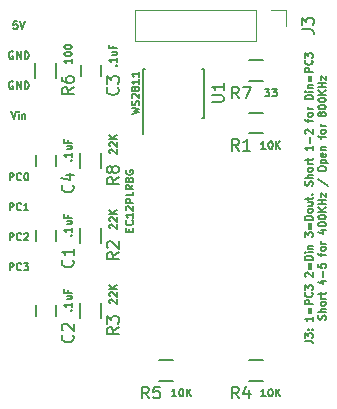
<source format=gbr>
G04 #@! TF.FileFunction,Legend,Top*
%FSLAX46Y46*%
G04 Gerber Fmt 4.6, Leading zero omitted, Abs format (unit mm)*
G04 Created by KiCad (PCBNEW 4.0.7) date Sunday, December 31, 2017 'PMt' 04:59:37 PM*
%MOMM*%
%LPD*%
G01*
G04 APERTURE LIST*
%ADD10C,0.100000*%
%ADD11C,0.158750*%
%ADD12C,0.127000*%
%ADD13C,0.150000*%
%ADD14C,0.120000*%
G04 APERTURE END LIST*
D10*
D11*
X140066637Y-81915001D02*
X140520208Y-81915001D01*
X140610923Y-81945239D01*
X140671399Y-82005715D01*
X140701637Y-82096430D01*
X140701637Y-82156906D01*
X140066637Y-81673096D02*
X140066637Y-81280000D01*
X140308542Y-81491667D01*
X140308542Y-81400953D01*
X140338780Y-81340477D01*
X140369018Y-81310239D01*
X140429494Y-81280000D01*
X140580685Y-81280000D01*
X140641161Y-81310239D01*
X140671399Y-81340477D01*
X140701637Y-81400953D01*
X140701637Y-81582381D01*
X140671399Y-81642858D01*
X140641161Y-81673096D01*
X140641161Y-81007858D02*
X140671399Y-80977619D01*
X140701637Y-81007858D01*
X140671399Y-81038096D01*
X140641161Y-81007858D01*
X140701637Y-81007858D01*
X140308542Y-81007858D02*
X140338780Y-80977619D01*
X140369018Y-81007858D01*
X140338780Y-81038096D01*
X140308542Y-81007858D01*
X140369018Y-81007858D01*
X140701637Y-79889047D02*
X140701637Y-80251905D01*
X140701637Y-80070476D02*
X140066637Y-80070476D01*
X140157351Y-80130952D01*
X140217827Y-80191428D01*
X140248065Y-80251905D01*
X140369018Y-79616905D02*
X140369018Y-79133095D01*
X140550446Y-79133095D02*
X140550446Y-79616905D01*
X140701637Y-78830715D02*
X140066637Y-78830715D01*
X140066637Y-78588810D01*
X140096875Y-78528334D01*
X140127113Y-78498095D01*
X140187589Y-78467857D01*
X140278304Y-78467857D01*
X140338780Y-78498095D01*
X140369018Y-78528334D01*
X140399256Y-78588810D01*
X140399256Y-78830715D01*
X140641161Y-77832857D02*
X140671399Y-77863095D01*
X140701637Y-77953810D01*
X140701637Y-78014286D01*
X140671399Y-78105000D01*
X140610923Y-78165476D01*
X140550446Y-78195715D01*
X140429494Y-78225953D01*
X140338780Y-78225953D01*
X140217827Y-78195715D01*
X140157351Y-78165476D01*
X140096875Y-78105000D01*
X140066637Y-78014286D01*
X140066637Y-77953810D01*
X140096875Y-77863095D01*
X140127113Y-77832857D01*
X140066637Y-77621191D02*
X140066637Y-77228095D01*
X140308542Y-77439762D01*
X140308542Y-77349048D01*
X140338780Y-77288572D01*
X140369018Y-77258334D01*
X140429494Y-77228095D01*
X140580685Y-77228095D01*
X140641161Y-77258334D01*
X140671399Y-77288572D01*
X140701637Y-77349048D01*
X140701637Y-77530476D01*
X140671399Y-77590953D01*
X140641161Y-77621191D01*
X140127113Y-76502381D02*
X140096875Y-76472143D01*
X140066637Y-76411666D01*
X140066637Y-76260476D01*
X140096875Y-76200000D01*
X140127113Y-76169762D01*
X140187589Y-76139523D01*
X140248065Y-76139523D01*
X140338780Y-76169762D01*
X140701637Y-76532619D01*
X140701637Y-76139523D01*
X140369018Y-75867381D02*
X140369018Y-75383571D01*
X140550446Y-75383571D02*
X140550446Y-75867381D01*
X140701637Y-75081191D02*
X140066637Y-75081191D01*
X140066637Y-74930000D01*
X140096875Y-74839286D01*
X140157351Y-74778810D01*
X140217827Y-74748571D01*
X140338780Y-74718333D01*
X140429494Y-74718333D01*
X140550446Y-74748571D01*
X140610923Y-74778810D01*
X140671399Y-74839286D01*
X140701637Y-74930000D01*
X140701637Y-75081191D01*
X140701637Y-74446191D02*
X140278304Y-74446191D01*
X140066637Y-74446191D02*
X140096875Y-74476429D01*
X140127113Y-74446191D01*
X140096875Y-74415952D01*
X140066637Y-74446191D01*
X140127113Y-74446191D01*
X140278304Y-74143810D02*
X140701637Y-74143810D01*
X140338780Y-74143810D02*
X140308542Y-74113571D01*
X140278304Y-74053095D01*
X140278304Y-73962381D01*
X140308542Y-73901905D01*
X140369018Y-73871667D01*
X140701637Y-73871667D01*
X140066637Y-73145952D02*
X140066637Y-72752856D01*
X140308542Y-72964523D01*
X140308542Y-72873809D01*
X140338780Y-72813333D01*
X140369018Y-72783095D01*
X140429494Y-72752856D01*
X140580685Y-72752856D01*
X140641161Y-72783095D01*
X140671399Y-72813333D01*
X140701637Y-72873809D01*
X140701637Y-73055237D01*
X140671399Y-73115714D01*
X140641161Y-73145952D01*
X140369018Y-72480714D02*
X140369018Y-71996904D01*
X140550446Y-71996904D02*
X140550446Y-72480714D01*
X140701637Y-71694524D02*
X140066637Y-71694524D01*
X140066637Y-71543333D01*
X140096875Y-71452619D01*
X140157351Y-71392143D01*
X140217827Y-71361904D01*
X140338780Y-71331666D01*
X140429494Y-71331666D01*
X140550446Y-71361904D01*
X140610923Y-71392143D01*
X140671399Y-71452619D01*
X140701637Y-71543333D01*
X140701637Y-71694524D01*
X140701637Y-70968809D02*
X140671399Y-71029285D01*
X140641161Y-71059524D01*
X140580685Y-71089762D01*
X140399256Y-71089762D01*
X140338780Y-71059524D01*
X140308542Y-71029285D01*
X140278304Y-70968809D01*
X140278304Y-70878095D01*
X140308542Y-70817619D01*
X140338780Y-70787381D01*
X140399256Y-70757143D01*
X140580685Y-70757143D01*
X140641161Y-70787381D01*
X140671399Y-70817619D01*
X140701637Y-70878095D01*
X140701637Y-70968809D01*
X140278304Y-70212857D02*
X140701637Y-70212857D01*
X140278304Y-70485000D02*
X140610923Y-70485000D01*
X140671399Y-70454761D01*
X140701637Y-70394285D01*
X140701637Y-70303571D01*
X140671399Y-70243095D01*
X140641161Y-70212857D01*
X140278304Y-70001190D02*
X140278304Y-69759285D01*
X140066637Y-69910476D02*
X140610923Y-69910476D01*
X140671399Y-69880237D01*
X140701637Y-69819761D01*
X140701637Y-69759285D01*
X140641161Y-69547619D02*
X140671399Y-69517380D01*
X140701637Y-69547619D01*
X140671399Y-69577857D01*
X140641161Y-69547619D01*
X140701637Y-69547619D01*
X140671399Y-68791666D02*
X140701637Y-68700951D01*
X140701637Y-68549761D01*
X140671399Y-68489285D01*
X140641161Y-68459047D01*
X140580685Y-68428808D01*
X140520208Y-68428808D01*
X140459732Y-68459047D01*
X140429494Y-68489285D01*
X140399256Y-68549761D01*
X140369018Y-68670713D01*
X140338780Y-68731189D01*
X140308542Y-68761428D01*
X140248065Y-68791666D01*
X140187589Y-68791666D01*
X140127113Y-68761428D01*
X140096875Y-68731189D01*
X140066637Y-68670713D01*
X140066637Y-68519523D01*
X140096875Y-68428808D01*
X140701637Y-68156666D02*
X140066637Y-68156666D01*
X140701637Y-67884523D02*
X140369018Y-67884523D01*
X140308542Y-67914761D01*
X140278304Y-67975237D01*
X140278304Y-68065951D01*
X140308542Y-68126427D01*
X140338780Y-68156666D01*
X140701637Y-67491427D02*
X140671399Y-67551903D01*
X140641161Y-67582142D01*
X140580685Y-67612380D01*
X140399256Y-67612380D01*
X140338780Y-67582142D01*
X140308542Y-67551903D01*
X140278304Y-67491427D01*
X140278304Y-67400713D01*
X140308542Y-67340237D01*
X140338780Y-67309999D01*
X140399256Y-67279761D01*
X140580685Y-67279761D01*
X140641161Y-67309999D01*
X140671399Y-67340237D01*
X140701637Y-67400713D01*
X140701637Y-67491427D01*
X140701637Y-67007618D02*
X140278304Y-67007618D01*
X140399256Y-67007618D02*
X140338780Y-66977379D01*
X140308542Y-66947141D01*
X140278304Y-66886665D01*
X140278304Y-66826189D01*
X140278304Y-66705237D02*
X140278304Y-66463332D01*
X140066637Y-66614523D02*
X140610923Y-66614523D01*
X140671399Y-66584284D01*
X140701637Y-66523808D01*
X140701637Y-66463332D01*
X140701637Y-65435236D02*
X140701637Y-65798094D01*
X140701637Y-65616665D02*
X140066637Y-65616665D01*
X140157351Y-65677141D01*
X140217827Y-65737617D01*
X140248065Y-65798094D01*
X140459732Y-65163094D02*
X140459732Y-64679284D01*
X140127113Y-64407142D02*
X140096875Y-64376904D01*
X140066637Y-64316427D01*
X140066637Y-64165237D01*
X140096875Y-64104761D01*
X140127113Y-64074523D01*
X140187589Y-64044284D01*
X140248065Y-64044284D01*
X140338780Y-64074523D01*
X140701637Y-64437380D01*
X140701637Y-64044284D01*
X140278304Y-63379046D02*
X140278304Y-63137141D01*
X140701637Y-63288332D02*
X140157351Y-63288332D01*
X140096875Y-63258093D01*
X140066637Y-63197617D01*
X140066637Y-63137141D01*
X140701637Y-62834760D02*
X140671399Y-62895236D01*
X140641161Y-62925475D01*
X140580685Y-62955713D01*
X140399256Y-62955713D01*
X140338780Y-62925475D01*
X140308542Y-62895236D01*
X140278304Y-62834760D01*
X140278304Y-62744046D01*
X140308542Y-62683570D01*
X140338780Y-62653332D01*
X140399256Y-62623094D01*
X140580685Y-62623094D01*
X140641161Y-62653332D01*
X140671399Y-62683570D01*
X140701637Y-62744046D01*
X140701637Y-62834760D01*
X140701637Y-62350951D02*
X140278304Y-62350951D01*
X140399256Y-62350951D02*
X140338780Y-62320712D01*
X140308542Y-62290474D01*
X140278304Y-62229998D01*
X140278304Y-62169522D01*
X140701637Y-61474046D02*
X140066637Y-61474046D01*
X140066637Y-61322855D01*
X140096875Y-61232141D01*
X140157351Y-61171665D01*
X140217827Y-61141426D01*
X140338780Y-61111188D01*
X140429494Y-61111188D01*
X140550446Y-61141426D01*
X140610923Y-61171665D01*
X140671399Y-61232141D01*
X140701637Y-61322855D01*
X140701637Y-61474046D01*
X140701637Y-60839046D02*
X140278304Y-60839046D01*
X140066637Y-60839046D02*
X140096875Y-60869284D01*
X140127113Y-60839046D01*
X140096875Y-60808807D01*
X140066637Y-60839046D01*
X140127113Y-60839046D01*
X140278304Y-60536665D02*
X140701637Y-60536665D01*
X140338780Y-60536665D02*
X140308542Y-60506426D01*
X140278304Y-60445950D01*
X140278304Y-60355236D01*
X140308542Y-60294760D01*
X140369018Y-60264522D01*
X140701637Y-60264522D01*
X140369018Y-59962141D02*
X140369018Y-59478331D01*
X140550446Y-59478331D02*
X140550446Y-59962141D01*
X140701637Y-59175951D02*
X140066637Y-59175951D01*
X140066637Y-58934046D01*
X140096875Y-58873570D01*
X140127113Y-58843331D01*
X140187589Y-58813093D01*
X140278304Y-58813093D01*
X140338780Y-58843331D01*
X140369018Y-58873570D01*
X140399256Y-58934046D01*
X140399256Y-59175951D01*
X140641161Y-58178093D02*
X140671399Y-58208331D01*
X140701637Y-58299046D01*
X140701637Y-58359522D01*
X140671399Y-58450236D01*
X140610923Y-58510712D01*
X140550446Y-58540951D01*
X140429494Y-58571189D01*
X140338780Y-58571189D01*
X140217827Y-58540951D01*
X140157351Y-58510712D01*
X140096875Y-58450236D01*
X140066637Y-58359522D01*
X140066637Y-58299046D01*
X140096875Y-58208331D01*
X140127113Y-58178093D01*
X140066637Y-57966427D02*
X140066637Y-57573331D01*
X140308542Y-57784998D01*
X140308542Y-57694284D01*
X140338780Y-57633808D01*
X140369018Y-57603570D01*
X140429494Y-57573331D01*
X140580685Y-57573331D01*
X140641161Y-57603570D01*
X140671399Y-57633808D01*
X140701637Y-57694284D01*
X140701637Y-57875712D01*
X140671399Y-57936189D01*
X140641161Y-57966427D01*
X141782649Y-80146074D02*
X141812887Y-80055359D01*
X141812887Y-79904169D01*
X141782649Y-79843693D01*
X141752411Y-79813455D01*
X141691935Y-79783216D01*
X141631458Y-79783216D01*
X141570982Y-79813455D01*
X141540744Y-79843693D01*
X141510506Y-79904169D01*
X141480268Y-80025121D01*
X141450030Y-80085597D01*
X141419792Y-80115836D01*
X141359315Y-80146074D01*
X141298839Y-80146074D01*
X141238363Y-80115836D01*
X141208125Y-80085597D01*
X141177887Y-80025121D01*
X141177887Y-79873931D01*
X141208125Y-79783216D01*
X141812887Y-79511074D02*
X141177887Y-79511074D01*
X141812887Y-79238931D02*
X141480268Y-79238931D01*
X141419792Y-79269169D01*
X141389554Y-79329645D01*
X141389554Y-79420359D01*
X141419792Y-79480835D01*
X141450030Y-79511074D01*
X141812887Y-78845835D02*
X141782649Y-78906311D01*
X141752411Y-78936550D01*
X141691935Y-78966788D01*
X141510506Y-78966788D01*
X141450030Y-78936550D01*
X141419792Y-78906311D01*
X141389554Y-78845835D01*
X141389554Y-78755121D01*
X141419792Y-78694645D01*
X141450030Y-78664407D01*
X141510506Y-78634169D01*
X141691935Y-78634169D01*
X141752411Y-78664407D01*
X141782649Y-78694645D01*
X141812887Y-78755121D01*
X141812887Y-78845835D01*
X141812887Y-78362026D02*
X141389554Y-78362026D01*
X141510506Y-78362026D02*
X141450030Y-78331787D01*
X141419792Y-78301549D01*
X141389554Y-78241073D01*
X141389554Y-78180597D01*
X141389554Y-78059645D02*
X141389554Y-77817740D01*
X141177887Y-77968931D02*
X141722173Y-77968931D01*
X141782649Y-77938692D01*
X141812887Y-77878216D01*
X141812887Y-77817740D01*
X141389554Y-76850121D02*
X141812887Y-76850121D01*
X141147649Y-77001311D02*
X141601220Y-77152502D01*
X141601220Y-76759406D01*
X141570982Y-76517502D02*
X141570982Y-76033692D01*
X141177887Y-75428931D02*
X141177887Y-75731312D01*
X141480268Y-75761550D01*
X141450030Y-75731312D01*
X141419792Y-75670835D01*
X141419792Y-75519645D01*
X141450030Y-75459169D01*
X141480268Y-75428931D01*
X141540744Y-75398692D01*
X141691935Y-75398692D01*
X141752411Y-75428931D01*
X141782649Y-75459169D01*
X141812887Y-75519645D01*
X141812887Y-75670835D01*
X141782649Y-75731312D01*
X141752411Y-75761550D01*
X141389554Y-74733454D02*
X141389554Y-74491549D01*
X141812887Y-74642740D02*
X141268601Y-74642740D01*
X141208125Y-74612501D01*
X141177887Y-74552025D01*
X141177887Y-74491549D01*
X141812887Y-74189168D02*
X141782649Y-74249644D01*
X141752411Y-74279883D01*
X141691935Y-74310121D01*
X141510506Y-74310121D01*
X141450030Y-74279883D01*
X141419792Y-74249644D01*
X141389554Y-74189168D01*
X141389554Y-74098454D01*
X141419792Y-74037978D01*
X141450030Y-74007740D01*
X141510506Y-73977502D01*
X141691935Y-73977502D01*
X141752411Y-74007740D01*
X141782649Y-74037978D01*
X141812887Y-74098454D01*
X141812887Y-74189168D01*
X141812887Y-73705359D02*
X141389554Y-73705359D01*
X141510506Y-73705359D02*
X141450030Y-73675120D01*
X141419792Y-73644882D01*
X141389554Y-73584406D01*
X141389554Y-73523930D01*
X141389554Y-72556311D02*
X141812887Y-72556311D01*
X141147649Y-72707501D02*
X141601220Y-72858692D01*
X141601220Y-72465596D01*
X141177887Y-72102739D02*
X141177887Y-72042263D01*
X141208125Y-71981787D01*
X141238363Y-71951549D01*
X141298839Y-71921311D01*
X141419792Y-71891072D01*
X141570982Y-71891072D01*
X141691935Y-71921311D01*
X141752411Y-71951549D01*
X141782649Y-71981787D01*
X141812887Y-72042263D01*
X141812887Y-72102739D01*
X141782649Y-72163215D01*
X141752411Y-72193453D01*
X141691935Y-72223692D01*
X141570982Y-72253930D01*
X141419792Y-72253930D01*
X141298839Y-72223692D01*
X141238363Y-72193453D01*
X141208125Y-72163215D01*
X141177887Y-72102739D01*
X141177887Y-71497977D02*
X141177887Y-71437501D01*
X141208125Y-71377025D01*
X141238363Y-71346787D01*
X141298839Y-71316549D01*
X141419792Y-71286310D01*
X141570982Y-71286310D01*
X141691935Y-71316549D01*
X141752411Y-71346787D01*
X141782649Y-71377025D01*
X141812887Y-71437501D01*
X141812887Y-71497977D01*
X141782649Y-71558453D01*
X141752411Y-71588691D01*
X141691935Y-71618930D01*
X141570982Y-71649168D01*
X141419792Y-71649168D01*
X141298839Y-71618930D01*
X141238363Y-71588691D01*
X141208125Y-71558453D01*
X141177887Y-71497977D01*
X141812887Y-71014168D02*
X141177887Y-71014168D01*
X141812887Y-70651310D02*
X141450030Y-70923453D01*
X141177887Y-70651310D02*
X141540744Y-71014168D01*
X141812887Y-70379168D02*
X141177887Y-70379168D01*
X141480268Y-70379168D02*
X141480268Y-70016310D01*
X141812887Y-70016310D02*
X141177887Y-70016310D01*
X141389554Y-69774406D02*
X141389554Y-69441787D01*
X141812887Y-69774406D01*
X141812887Y-69441787D01*
X141147649Y-68262500D02*
X141964077Y-68806786D01*
X141177887Y-67446071D02*
X141177887Y-67325119D01*
X141208125Y-67264643D01*
X141268601Y-67204166D01*
X141389554Y-67173928D01*
X141601220Y-67173928D01*
X141722173Y-67204166D01*
X141782649Y-67264643D01*
X141812887Y-67325119D01*
X141812887Y-67446071D01*
X141782649Y-67506547D01*
X141722173Y-67567024D01*
X141601220Y-67597262D01*
X141389554Y-67597262D01*
X141268601Y-67567024D01*
X141208125Y-67506547D01*
X141177887Y-67446071D01*
X141389554Y-66901786D02*
X142024554Y-66901786D01*
X141419792Y-66901786D02*
X141389554Y-66841309D01*
X141389554Y-66720357D01*
X141419792Y-66659881D01*
X141450030Y-66629643D01*
X141510506Y-66599405D01*
X141691935Y-66599405D01*
X141752411Y-66629643D01*
X141782649Y-66659881D01*
X141812887Y-66720357D01*
X141812887Y-66841309D01*
X141782649Y-66901786D01*
X141782649Y-66085357D02*
X141812887Y-66145833D01*
X141812887Y-66266785D01*
X141782649Y-66327262D01*
X141722173Y-66357500D01*
X141480268Y-66357500D01*
X141419792Y-66327262D01*
X141389554Y-66266785D01*
X141389554Y-66145833D01*
X141419792Y-66085357D01*
X141480268Y-66055119D01*
X141540744Y-66055119D01*
X141601220Y-66357500D01*
X141389554Y-65782976D02*
X141812887Y-65782976D01*
X141450030Y-65782976D02*
X141419792Y-65752737D01*
X141389554Y-65692261D01*
X141389554Y-65601547D01*
X141419792Y-65541071D01*
X141480268Y-65510833D01*
X141812887Y-65510833D01*
X141389554Y-64815356D02*
X141389554Y-64573451D01*
X141812887Y-64724642D02*
X141268601Y-64724642D01*
X141208125Y-64694403D01*
X141177887Y-64633927D01*
X141177887Y-64573451D01*
X141812887Y-64271070D02*
X141782649Y-64331546D01*
X141752411Y-64361785D01*
X141691935Y-64392023D01*
X141510506Y-64392023D01*
X141450030Y-64361785D01*
X141419792Y-64331546D01*
X141389554Y-64271070D01*
X141389554Y-64180356D01*
X141419792Y-64119880D01*
X141450030Y-64089642D01*
X141510506Y-64059404D01*
X141691935Y-64059404D01*
X141752411Y-64089642D01*
X141782649Y-64119880D01*
X141812887Y-64180356D01*
X141812887Y-64271070D01*
X141812887Y-63787261D02*
X141389554Y-63787261D01*
X141510506Y-63787261D02*
X141450030Y-63757022D01*
X141419792Y-63726784D01*
X141389554Y-63666308D01*
X141389554Y-63605832D01*
X141450030Y-62819641D02*
X141419792Y-62880117D01*
X141389554Y-62910356D01*
X141329077Y-62940594D01*
X141298839Y-62940594D01*
X141238363Y-62910356D01*
X141208125Y-62880117D01*
X141177887Y-62819641D01*
X141177887Y-62698689D01*
X141208125Y-62638213D01*
X141238363Y-62607975D01*
X141298839Y-62577736D01*
X141329077Y-62577736D01*
X141389554Y-62607975D01*
X141419792Y-62638213D01*
X141450030Y-62698689D01*
X141450030Y-62819641D01*
X141480268Y-62880117D01*
X141510506Y-62910356D01*
X141570982Y-62940594D01*
X141691935Y-62940594D01*
X141752411Y-62910356D01*
X141782649Y-62880117D01*
X141812887Y-62819641D01*
X141812887Y-62698689D01*
X141782649Y-62638213D01*
X141752411Y-62607975D01*
X141691935Y-62577736D01*
X141570982Y-62577736D01*
X141510506Y-62607975D01*
X141480268Y-62638213D01*
X141450030Y-62698689D01*
X141177887Y-62184641D02*
X141177887Y-62124165D01*
X141208125Y-62063689D01*
X141238363Y-62033451D01*
X141298839Y-62003213D01*
X141419792Y-61972974D01*
X141570982Y-61972974D01*
X141691935Y-62003213D01*
X141752411Y-62033451D01*
X141782649Y-62063689D01*
X141812887Y-62124165D01*
X141812887Y-62184641D01*
X141782649Y-62245117D01*
X141752411Y-62275355D01*
X141691935Y-62305594D01*
X141570982Y-62335832D01*
X141419792Y-62335832D01*
X141298839Y-62305594D01*
X141238363Y-62275355D01*
X141208125Y-62245117D01*
X141177887Y-62184641D01*
X141177887Y-61579879D02*
X141177887Y-61519403D01*
X141208125Y-61458927D01*
X141238363Y-61428689D01*
X141298839Y-61398451D01*
X141419792Y-61368212D01*
X141570982Y-61368212D01*
X141691935Y-61398451D01*
X141752411Y-61428689D01*
X141782649Y-61458927D01*
X141812887Y-61519403D01*
X141812887Y-61579879D01*
X141782649Y-61640355D01*
X141752411Y-61670593D01*
X141691935Y-61700832D01*
X141570982Y-61731070D01*
X141419792Y-61731070D01*
X141298839Y-61700832D01*
X141238363Y-61670593D01*
X141208125Y-61640355D01*
X141177887Y-61579879D01*
X141812887Y-61096070D02*
X141177887Y-61096070D01*
X141812887Y-60733212D02*
X141450030Y-61005355D01*
X141177887Y-60733212D02*
X141540744Y-61096070D01*
X141812887Y-60461070D02*
X141177887Y-60461070D01*
X141480268Y-60461070D02*
X141480268Y-60098212D01*
X141812887Y-60098212D02*
X141177887Y-60098212D01*
X141389554Y-59856308D02*
X141389554Y-59523689D01*
X141812887Y-59856308D01*
X141812887Y-59523689D01*
D12*
X115037809Y-68359262D02*
X115037809Y-67724262D01*
X115279714Y-67724262D01*
X115340190Y-67754500D01*
X115370429Y-67784738D01*
X115400667Y-67845214D01*
X115400667Y-67935929D01*
X115370429Y-67996405D01*
X115340190Y-68026643D01*
X115279714Y-68056881D01*
X115037809Y-68056881D01*
X116035667Y-68298786D02*
X116005429Y-68329024D01*
X115914714Y-68359262D01*
X115854238Y-68359262D01*
X115763524Y-68329024D01*
X115703048Y-68268548D01*
X115672809Y-68208071D01*
X115642571Y-68087119D01*
X115642571Y-67996405D01*
X115672809Y-67875452D01*
X115703048Y-67814976D01*
X115763524Y-67754500D01*
X115854238Y-67724262D01*
X115914714Y-67724262D01*
X116005429Y-67754500D01*
X116035667Y-67784738D01*
X116428762Y-67724262D02*
X116489238Y-67724262D01*
X116549714Y-67754500D01*
X116579952Y-67784738D01*
X116610190Y-67845214D01*
X116640429Y-67966167D01*
X116640429Y-68117357D01*
X116610190Y-68238310D01*
X116579952Y-68298786D01*
X116549714Y-68329024D01*
X116489238Y-68359262D01*
X116428762Y-68359262D01*
X116368286Y-68329024D01*
X116338048Y-68298786D01*
X116307809Y-68238310D01*
X116277571Y-68117357D01*
X116277571Y-67966167D01*
X116307809Y-67845214D01*
X116338048Y-67784738D01*
X116368286Y-67754500D01*
X116428762Y-67724262D01*
X115037809Y-70899262D02*
X115037809Y-70264262D01*
X115279714Y-70264262D01*
X115340190Y-70294500D01*
X115370429Y-70324738D01*
X115400667Y-70385214D01*
X115400667Y-70475929D01*
X115370429Y-70536405D01*
X115340190Y-70566643D01*
X115279714Y-70596881D01*
X115037809Y-70596881D01*
X116035667Y-70838786D02*
X116005429Y-70869024D01*
X115914714Y-70899262D01*
X115854238Y-70899262D01*
X115763524Y-70869024D01*
X115703048Y-70808548D01*
X115672809Y-70748071D01*
X115642571Y-70627119D01*
X115642571Y-70536405D01*
X115672809Y-70415452D01*
X115703048Y-70354976D01*
X115763524Y-70294500D01*
X115854238Y-70264262D01*
X115914714Y-70264262D01*
X116005429Y-70294500D01*
X116035667Y-70324738D01*
X116640429Y-70899262D02*
X116277571Y-70899262D01*
X116459000Y-70899262D02*
X116459000Y-70264262D01*
X116398524Y-70354976D01*
X116338048Y-70415452D01*
X116277571Y-70445690D01*
X115037809Y-73439262D02*
X115037809Y-72804262D01*
X115279714Y-72804262D01*
X115340190Y-72834500D01*
X115370429Y-72864738D01*
X115400667Y-72925214D01*
X115400667Y-73015929D01*
X115370429Y-73076405D01*
X115340190Y-73106643D01*
X115279714Y-73136881D01*
X115037809Y-73136881D01*
X116035667Y-73378786D02*
X116005429Y-73409024D01*
X115914714Y-73439262D01*
X115854238Y-73439262D01*
X115763524Y-73409024D01*
X115703048Y-73348548D01*
X115672809Y-73288071D01*
X115642571Y-73167119D01*
X115642571Y-73076405D01*
X115672809Y-72955452D01*
X115703048Y-72894976D01*
X115763524Y-72834500D01*
X115854238Y-72804262D01*
X115914714Y-72804262D01*
X116005429Y-72834500D01*
X116035667Y-72864738D01*
X116277571Y-72864738D02*
X116307809Y-72834500D01*
X116368286Y-72804262D01*
X116519476Y-72804262D01*
X116579952Y-72834500D01*
X116610190Y-72864738D01*
X116640429Y-72925214D01*
X116640429Y-72985690D01*
X116610190Y-73076405D01*
X116247333Y-73439262D01*
X116640429Y-73439262D01*
X115703047Y-54897262D02*
X115400666Y-54897262D01*
X115370428Y-55199643D01*
X115400666Y-55169405D01*
X115461143Y-55139167D01*
X115612333Y-55139167D01*
X115672809Y-55169405D01*
X115703047Y-55199643D01*
X115733286Y-55260119D01*
X115733286Y-55411310D01*
X115703047Y-55471786D01*
X115672809Y-55502024D01*
X115612333Y-55532262D01*
X115461143Y-55532262D01*
X115400666Y-55502024D01*
X115370428Y-55471786D01*
X115914714Y-54897262D02*
X116126381Y-55532262D01*
X116338048Y-54897262D01*
X115340191Y-57467500D02*
X115279714Y-57437262D01*
X115189000Y-57437262D01*
X115098286Y-57467500D01*
X115037810Y-57527976D01*
X115007571Y-57588452D01*
X114977333Y-57709405D01*
X114977333Y-57800119D01*
X115007571Y-57921071D01*
X115037810Y-57981548D01*
X115098286Y-58042024D01*
X115189000Y-58072262D01*
X115249476Y-58072262D01*
X115340191Y-58042024D01*
X115370429Y-58011786D01*
X115370429Y-57800119D01*
X115249476Y-57800119D01*
X115642571Y-58072262D02*
X115642571Y-57437262D01*
X116005429Y-58072262D01*
X116005429Y-57437262D01*
X116307809Y-58072262D02*
X116307809Y-57437262D01*
X116459000Y-57437262D01*
X116549714Y-57467500D01*
X116610190Y-57527976D01*
X116640429Y-57588452D01*
X116670667Y-57709405D01*
X116670667Y-57800119D01*
X116640429Y-57921071D01*
X116610190Y-57981548D01*
X116549714Y-58042024D01*
X116459000Y-58072262D01*
X116307809Y-58072262D01*
X115340191Y-60007500D02*
X115279714Y-59977262D01*
X115189000Y-59977262D01*
X115098286Y-60007500D01*
X115037810Y-60067976D01*
X115007571Y-60128452D01*
X114977333Y-60249405D01*
X114977333Y-60340119D01*
X115007571Y-60461071D01*
X115037810Y-60521548D01*
X115098286Y-60582024D01*
X115189000Y-60612262D01*
X115249476Y-60612262D01*
X115340191Y-60582024D01*
X115370429Y-60551786D01*
X115370429Y-60340119D01*
X115249476Y-60340119D01*
X115642571Y-60612262D02*
X115642571Y-59977262D01*
X116005429Y-60612262D01*
X116005429Y-59977262D01*
X116307809Y-60612262D02*
X116307809Y-59977262D01*
X116459000Y-59977262D01*
X116549714Y-60007500D01*
X116610190Y-60067976D01*
X116640429Y-60128452D01*
X116670667Y-60249405D01*
X116670667Y-60340119D01*
X116640429Y-60461071D01*
X116610190Y-60521548D01*
X116549714Y-60582024D01*
X116459000Y-60612262D01*
X116307809Y-60612262D01*
X115037809Y-75979262D02*
X115037809Y-75344262D01*
X115279714Y-75344262D01*
X115340190Y-75374500D01*
X115370429Y-75404738D01*
X115400667Y-75465214D01*
X115400667Y-75555929D01*
X115370429Y-75616405D01*
X115340190Y-75646643D01*
X115279714Y-75676881D01*
X115037809Y-75676881D01*
X116035667Y-75918786D02*
X116005429Y-75949024D01*
X115914714Y-75979262D01*
X115854238Y-75979262D01*
X115763524Y-75949024D01*
X115703048Y-75888548D01*
X115672809Y-75828071D01*
X115642571Y-75707119D01*
X115642571Y-75616405D01*
X115672809Y-75495452D01*
X115703048Y-75434976D01*
X115763524Y-75374500D01*
X115854238Y-75344262D01*
X115914714Y-75344262D01*
X116005429Y-75374500D01*
X116035667Y-75404738D01*
X116247333Y-75344262D02*
X116640429Y-75344262D01*
X116428762Y-75586167D01*
X116519476Y-75586167D01*
X116579952Y-75616405D01*
X116610190Y-75646643D01*
X116640429Y-75707119D01*
X116640429Y-75858310D01*
X116610190Y-75918786D01*
X116579952Y-75949024D01*
X116519476Y-75979262D01*
X116338048Y-75979262D01*
X116277571Y-75949024D01*
X116247333Y-75918786D01*
X115173881Y-62517262D02*
X115385548Y-63152262D01*
X115597215Y-62517262D01*
X115808881Y-63152262D02*
X115808881Y-62728929D01*
X115808881Y-62517262D02*
X115778643Y-62547500D01*
X115808881Y-62577738D01*
X115839120Y-62547500D01*
X115808881Y-62517262D01*
X115808881Y-62577738D01*
X116111262Y-62728929D02*
X116111262Y-63152262D01*
X116111262Y-62789405D02*
X116141501Y-62759167D01*
X116201977Y-62728929D01*
X116292691Y-62728929D01*
X116353167Y-62759167D01*
X116383405Y-62819643D01*
X116383405Y-63152262D01*
D13*
X118960000Y-73525000D02*
X118960000Y-72525000D01*
X117260000Y-72525000D02*
X117260000Y-73525000D01*
X118960000Y-79875000D02*
X118960000Y-78875000D01*
X117260000Y-78875000D02*
X117260000Y-79875000D01*
X121070000Y-58555000D02*
X121070000Y-59555000D01*
X122770000Y-59555000D02*
X122770000Y-58555000D01*
X118960000Y-67175000D02*
X118960000Y-66175000D01*
X117260000Y-66175000D02*
X117260000Y-67175000D01*
D14*
X125670000Y-53915000D02*
X125670000Y-56575000D01*
X135890000Y-53915000D02*
X125670000Y-53915000D01*
X135890000Y-56575000D02*
X125670000Y-56575000D01*
X135890000Y-53915000D02*
X135890000Y-56575000D01*
X137160000Y-53915000D02*
X138490000Y-53915000D01*
X138490000Y-53915000D02*
X138490000Y-55245000D01*
D13*
X136490000Y-64375000D02*
X135290000Y-64375000D01*
X135290000Y-62625000D02*
X136490000Y-62625000D01*
X122795000Y-72425000D02*
X122795000Y-73625000D01*
X121045000Y-73625000D02*
X121045000Y-72425000D01*
X122795000Y-78775000D02*
X122795000Y-79975000D01*
X121045000Y-79975000D02*
X121045000Y-78775000D01*
X135290000Y-83580000D02*
X136490000Y-83580000D01*
X136490000Y-85330000D02*
X135290000Y-85330000D01*
X128870000Y-85330000D02*
X127670000Y-85330000D01*
X127670000Y-83580000D02*
X128870000Y-83580000D01*
X118985000Y-58455000D02*
X118985000Y-59655000D01*
X117235000Y-59655000D02*
X117235000Y-58455000D01*
X136490000Y-59930000D02*
X135290000Y-59930000D01*
X135290000Y-58180000D02*
X136490000Y-58180000D01*
X122795000Y-66075000D02*
X122795000Y-67275000D01*
X121045000Y-67275000D02*
X121045000Y-66075000D01*
X126330000Y-63035000D02*
X126380000Y-63035000D01*
X126330000Y-58885000D02*
X126475000Y-58885000D01*
X131480000Y-58885000D02*
X131335000Y-58885000D01*
X131480000Y-63035000D02*
X131335000Y-63035000D01*
X126330000Y-63035000D02*
X126330000Y-58885000D01*
X131480000Y-63035000D02*
X131480000Y-58885000D01*
X126380000Y-63035000D02*
X126380000Y-64435000D01*
X125176643Y-72689358D02*
X125176643Y-72477691D01*
X125509262Y-72386977D02*
X125509262Y-72689358D01*
X124874262Y-72689358D01*
X124874262Y-72386977D01*
X125448786Y-71751976D02*
X125479024Y-71782214D01*
X125509262Y-71872929D01*
X125509262Y-71933405D01*
X125479024Y-72024119D01*
X125418548Y-72084595D01*
X125358071Y-72114834D01*
X125237119Y-72145072D01*
X125146405Y-72145072D01*
X125025452Y-72114834D01*
X124964976Y-72084595D01*
X124904500Y-72024119D01*
X124874262Y-71933405D01*
X124874262Y-71872929D01*
X124904500Y-71782214D01*
X124934738Y-71751976D01*
X125509262Y-71147214D02*
X125509262Y-71510072D01*
X125509262Y-71328643D02*
X124874262Y-71328643D01*
X124964976Y-71389119D01*
X125025452Y-71449595D01*
X125055690Y-71510072D01*
X124934738Y-70905310D02*
X124904500Y-70875072D01*
X124874262Y-70814595D01*
X124874262Y-70663405D01*
X124904500Y-70602929D01*
X124934738Y-70572691D01*
X124995214Y-70542452D01*
X125055690Y-70542452D01*
X125146405Y-70572691D01*
X125509262Y-70935548D01*
X125509262Y-70542452D01*
X125509262Y-70270310D02*
X124874262Y-70270310D01*
X124874262Y-70028405D01*
X124904500Y-69967929D01*
X124934738Y-69937690D01*
X124995214Y-69907452D01*
X125085929Y-69907452D01*
X125146405Y-69937690D01*
X125176643Y-69967929D01*
X125206881Y-70028405D01*
X125206881Y-70270310D01*
X125509262Y-69332929D02*
X125509262Y-69635310D01*
X124874262Y-69635310D01*
X125509262Y-68758404D02*
X125206881Y-68970071D01*
X125509262Y-69121262D02*
X124874262Y-69121262D01*
X124874262Y-68879357D01*
X124904500Y-68818881D01*
X124934738Y-68788642D01*
X124995214Y-68758404D01*
X125085929Y-68758404D01*
X125146405Y-68788642D01*
X125176643Y-68818881D01*
X125206881Y-68879357D01*
X125206881Y-69121262D01*
X125176643Y-68274595D02*
X125206881Y-68183881D01*
X125237119Y-68153642D01*
X125297595Y-68123404D01*
X125388310Y-68123404D01*
X125448786Y-68153642D01*
X125479024Y-68183881D01*
X125509262Y-68244357D01*
X125509262Y-68486262D01*
X124874262Y-68486262D01*
X124874262Y-68274595D01*
X124904500Y-68214119D01*
X124934738Y-68183881D01*
X124995214Y-68153642D01*
X125055690Y-68153642D01*
X125116167Y-68183881D01*
X125146405Y-68214119D01*
X125176643Y-68274595D01*
X125176643Y-68486262D01*
X124904500Y-67518642D02*
X124874262Y-67579119D01*
X124874262Y-67669833D01*
X124904500Y-67760547D01*
X124964976Y-67821023D01*
X125025452Y-67851262D01*
X125146405Y-67881500D01*
X125237119Y-67881500D01*
X125358071Y-67851262D01*
X125418548Y-67821023D01*
X125479024Y-67760547D01*
X125509262Y-67669833D01*
X125509262Y-67609357D01*
X125479024Y-67518642D01*
X125448786Y-67488404D01*
X125237119Y-67488404D01*
X125237119Y-67609357D01*
X120372143Y-75096666D02*
X120419762Y-75144285D01*
X120467381Y-75287142D01*
X120467381Y-75382380D01*
X120419762Y-75525238D01*
X120324524Y-75620476D01*
X120229286Y-75668095D01*
X120038810Y-75715714D01*
X119895952Y-75715714D01*
X119705476Y-75668095D01*
X119610238Y-75620476D01*
X119515000Y-75525238D01*
X119467381Y-75382380D01*
X119467381Y-75287142D01*
X119515000Y-75144285D01*
X119562619Y-75096666D01*
X120467381Y-74144285D02*
X120467381Y-74715714D01*
X120467381Y-74430000D02*
X119467381Y-74430000D01*
X119610238Y-74525238D01*
X119705476Y-74620476D01*
X119753095Y-74715714D01*
X120241786Y-72997786D02*
X120272024Y-72967547D01*
X120302262Y-72997786D01*
X120272024Y-73028024D01*
X120241786Y-72997786D01*
X120302262Y-72997786D01*
X120302262Y-72362785D02*
X120302262Y-72725643D01*
X120302262Y-72544214D02*
X119667262Y-72544214D01*
X119757976Y-72604690D01*
X119818452Y-72665166D01*
X119848690Y-72725643D01*
X119878929Y-71818500D02*
X120302262Y-71818500D01*
X119878929Y-72090643D02*
X120211548Y-72090643D01*
X120272024Y-72060404D01*
X120302262Y-71999928D01*
X120302262Y-71909214D01*
X120272024Y-71848738D01*
X120241786Y-71818500D01*
X119969643Y-71304452D02*
X119969643Y-71516119D01*
X120302262Y-71516119D02*
X119667262Y-71516119D01*
X119667262Y-71213738D01*
X120372143Y-81446666D02*
X120419762Y-81494285D01*
X120467381Y-81637142D01*
X120467381Y-81732380D01*
X120419762Y-81875238D01*
X120324524Y-81970476D01*
X120229286Y-82018095D01*
X120038810Y-82065714D01*
X119895952Y-82065714D01*
X119705476Y-82018095D01*
X119610238Y-81970476D01*
X119515000Y-81875238D01*
X119467381Y-81732380D01*
X119467381Y-81637142D01*
X119515000Y-81494285D01*
X119562619Y-81446666D01*
X119562619Y-81065714D02*
X119515000Y-81018095D01*
X119467381Y-80922857D01*
X119467381Y-80684761D01*
X119515000Y-80589523D01*
X119562619Y-80541904D01*
X119657857Y-80494285D01*
X119753095Y-80494285D01*
X119895952Y-80541904D01*
X120467381Y-81113333D01*
X120467381Y-80494285D01*
X120241786Y-79347786D02*
X120272024Y-79317547D01*
X120302262Y-79347786D01*
X120272024Y-79378024D01*
X120241786Y-79347786D01*
X120302262Y-79347786D01*
X120302262Y-78712785D02*
X120302262Y-79075643D01*
X120302262Y-78894214D02*
X119667262Y-78894214D01*
X119757976Y-78954690D01*
X119818452Y-79015166D01*
X119848690Y-79075643D01*
X119878929Y-78168500D02*
X120302262Y-78168500D01*
X119878929Y-78440643D02*
X120211548Y-78440643D01*
X120272024Y-78410404D01*
X120302262Y-78349928D01*
X120302262Y-78259214D01*
X120272024Y-78198738D01*
X120241786Y-78168500D01*
X119969643Y-77654452D02*
X119969643Y-77866119D01*
X120302262Y-77866119D02*
X119667262Y-77866119D01*
X119667262Y-77563738D01*
X124182143Y-60491666D02*
X124229762Y-60539285D01*
X124277381Y-60682142D01*
X124277381Y-60777380D01*
X124229762Y-60920238D01*
X124134524Y-61015476D01*
X124039286Y-61063095D01*
X123848810Y-61110714D01*
X123705952Y-61110714D01*
X123515476Y-61063095D01*
X123420238Y-61015476D01*
X123325000Y-60920238D01*
X123277381Y-60777380D01*
X123277381Y-60682142D01*
X123325000Y-60539285D01*
X123372619Y-60491666D01*
X123277381Y-60158333D02*
X123277381Y-59539285D01*
X123658333Y-59872619D01*
X123658333Y-59729761D01*
X123705952Y-59634523D01*
X123753571Y-59586904D01*
X123848810Y-59539285D01*
X124086905Y-59539285D01*
X124182143Y-59586904D01*
X124229762Y-59634523D01*
X124277381Y-59729761D01*
X124277381Y-60015476D01*
X124229762Y-60110714D01*
X124182143Y-60158333D01*
X124051786Y-58646786D02*
X124082024Y-58616547D01*
X124112262Y-58646786D01*
X124082024Y-58677024D01*
X124051786Y-58646786D01*
X124112262Y-58646786D01*
X124112262Y-58011785D02*
X124112262Y-58374643D01*
X124112262Y-58193214D02*
X123477262Y-58193214D01*
X123567976Y-58253690D01*
X123628452Y-58314166D01*
X123658690Y-58374643D01*
X123688929Y-57467500D02*
X124112262Y-57467500D01*
X123688929Y-57739643D02*
X124021548Y-57739643D01*
X124082024Y-57709404D01*
X124112262Y-57648928D01*
X124112262Y-57558214D01*
X124082024Y-57497738D01*
X124051786Y-57467500D01*
X123779643Y-56953452D02*
X123779643Y-57165119D01*
X124112262Y-57165119D02*
X123477262Y-57165119D01*
X123477262Y-56862738D01*
X120372143Y-68746666D02*
X120419762Y-68794285D01*
X120467381Y-68937142D01*
X120467381Y-69032380D01*
X120419762Y-69175238D01*
X120324524Y-69270476D01*
X120229286Y-69318095D01*
X120038810Y-69365714D01*
X119895952Y-69365714D01*
X119705476Y-69318095D01*
X119610238Y-69270476D01*
X119515000Y-69175238D01*
X119467381Y-69032380D01*
X119467381Y-68937142D01*
X119515000Y-68794285D01*
X119562619Y-68746666D01*
X119800714Y-67889523D02*
X120467381Y-67889523D01*
X119419762Y-68127619D02*
X120134048Y-68365714D01*
X120134048Y-67746666D01*
X120241786Y-66647786D02*
X120272024Y-66617547D01*
X120302262Y-66647786D01*
X120272024Y-66678024D01*
X120241786Y-66647786D01*
X120302262Y-66647786D01*
X120302262Y-66012785D02*
X120302262Y-66375643D01*
X120302262Y-66194214D02*
X119667262Y-66194214D01*
X119757976Y-66254690D01*
X119818452Y-66315166D01*
X119848690Y-66375643D01*
X119878929Y-65468500D02*
X120302262Y-65468500D01*
X119878929Y-65740643D02*
X120211548Y-65740643D01*
X120272024Y-65710404D01*
X120302262Y-65649928D01*
X120302262Y-65559214D01*
X120272024Y-65498738D01*
X120241786Y-65468500D01*
X119969643Y-64954452D02*
X119969643Y-65166119D01*
X120302262Y-65166119D02*
X119667262Y-65166119D01*
X119667262Y-64863738D01*
X139787381Y-55578333D02*
X140501667Y-55578333D01*
X140644524Y-55625953D01*
X140739762Y-55721191D01*
X140787381Y-55864048D01*
X140787381Y-55959286D01*
X139787381Y-55197381D02*
X139787381Y-54578333D01*
X140168333Y-54911667D01*
X140168333Y-54768809D01*
X140215952Y-54673571D01*
X140263571Y-54625952D01*
X140358810Y-54578333D01*
X140596905Y-54578333D01*
X140692143Y-54625952D01*
X140739762Y-54673571D01*
X140787381Y-54768809D01*
X140787381Y-55054524D01*
X140739762Y-55149762D01*
X140692143Y-55197381D01*
X134453334Y-65857381D02*
X134120000Y-65381190D01*
X133881905Y-65857381D02*
X133881905Y-64857381D01*
X134262858Y-64857381D01*
X134358096Y-64905000D01*
X134405715Y-64952619D01*
X134453334Y-65047857D01*
X134453334Y-65190714D01*
X134405715Y-65285952D01*
X134358096Y-65333571D01*
X134262858Y-65381190D01*
X133881905Y-65381190D01*
X135405715Y-65857381D02*
X134834286Y-65857381D01*
X135120000Y-65857381D02*
X135120000Y-64857381D01*
X135024762Y-65000238D01*
X134929524Y-65095476D01*
X134834286Y-65143095D01*
X136721548Y-65692262D02*
X136358690Y-65692262D01*
X136540119Y-65692262D02*
X136540119Y-65057262D01*
X136479643Y-65147976D01*
X136419167Y-65208452D01*
X136358690Y-65238690D01*
X137114643Y-65057262D02*
X137175119Y-65057262D01*
X137235595Y-65087500D01*
X137265833Y-65117738D01*
X137296071Y-65178214D01*
X137326310Y-65299167D01*
X137326310Y-65450357D01*
X137296071Y-65571310D01*
X137265833Y-65631786D01*
X137235595Y-65662024D01*
X137175119Y-65692262D01*
X137114643Y-65692262D01*
X137054167Y-65662024D01*
X137023929Y-65631786D01*
X136993690Y-65571310D01*
X136963452Y-65450357D01*
X136963452Y-65299167D01*
X136993690Y-65178214D01*
X137023929Y-65117738D01*
X137054167Y-65087500D01*
X137114643Y-65057262D01*
X137598452Y-65692262D02*
X137598452Y-65057262D01*
X137961310Y-65692262D02*
X137689167Y-65329405D01*
X137961310Y-65057262D02*
X137598452Y-65420119D01*
X124277381Y-74461666D02*
X123801190Y-74795000D01*
X124277381Y-75033095D02*
X123277381Y-75033095D01*
X123277381Y-74652142D01*
X123325000Y-74556904D01*
X123372619Y-74509285D01*
X123467857Y-74461666D01*
X123610714Y-74461666D01*
X123705952Y-74509285D01*
X123753571Y-74556904D01*
X123801190Y-74652142D01*
X123801190Y-75033095D01*
X123372619Y-74080714D02*
X123325000Y-74033095D01*
X123277381Y-73937857D01*
X123277381Y-73699761D01*
X123325000Y-73604523D01*
X123372619Y-73556904D01*
X123467857Y-73509285D01*
X123563095Y-73509285D01*
X123705952Y-73556904D01*
X124277381Y-74128333D01*
X124277381Y-73509285D01*
X123537738Y-72429310D02*
X123507500Y-72399072D01*
X123477262Y-72338595D01*
X123477262Y-72187405D01*
X123507500Y-72126929D01*
X123537738Y-72096691D01*
X123598214Y-72066452D01*
X123658690Y-72066452D01*
X123749405Y-72096691D01*
X124112262Y-72459548D01*
X124112262Y-72066452D01*
X123537738Y-71824548D02*
X123507500Y-71794310D01*
X123477262Y-71733833D01*
X123477262Y-71582643D01*
X123507500Y-71522167D01*
X123537738Y-71491929D01*
X123598214Y-71461690D01*
X123658690Y-71461690D01*
X123749405Y-71491929D01*
X124112262Y-71854786D01*
X124112262Y-71461690D01*
X124112262Y-71189548D02*
X123477262Y-71189548D01*
X124112262Y-70826690D02*
X123749405Y-71098833D01*
X123477262Y-70826690D02*
X123840119Y-71189548D01*
X124277381Y-80811666D02*
X123801190Y-81145000D01*
X124277381Y-81383095D02*
X123277381Y-81383095D01*
X123277381Y-81002142D01*
X123325000Y-80906904D01*
X123372619Y-80859285D01*
X123467857Y-80811666D01*
X123610714Y-80811666D01*
X123705952Y-80859285D01*
X123753571Y-80906904D01*
X123801190Y-81002142D01*
X123801190Y-81383095D01*
X123277381Y-80478333D02*
X123277381Y-79859285D01*
X123658333Y-80192619D01*
X123658333Y-80049761D01*
X123705952Y-79954523D01*
X123753571Y-79906904D01*
X123848810Y-79859285D01*
X124086905Y-79859285D01*
X124182143Y-79906904D01*
X124229762Y-79954523D01*
X124277381Y-80049761D01*
X124277381Y-80335476D01*
X124229762Y-80430714D01*
X124182143Y-80478333D01*
X123537738Y-78779310D02*
X123507500Y-78749072D01*
X123477262Y-78688595D01*
X123477262Y-78537405D01*
X123507500Y-78476929D01*
X123537738Y-78446691D01*
X123598214Y-78416452D01*
X123658690Y-78416452D01*
X123749405Y-78446691D01*
X124112262Y-78809548D01*
X124112262Y-78416452D01*
X123537738Y-78174548D02*
X123507500Y-78144310D01*
X123477262Y-78083833D01*
X123477262Y-77932643D01*
X123507500Y-77872167D01*
X123537738Y-77841929D01*
X123598214Y-77811690D01*
X123658690Y-77811690D01*
X123749405Y-77841929D01*
X124112262Y-78204786D01*
X124112262Y-77811690D01*
X124112262Y-77539548D02*
X123477262Y-77539548D01*
X124112262Y-77176690D02*
X123749405Y-77448833D01*
X123477262Y-77176690D02*
X123840119Y-77539548D01*
X134453334Y-86812381D02*
X134120000Y-86336190D01*
X133881905Y-86812381D02*
X133881905Y-85812381D01*
X134262858Y-85812381D01*
X134358096Y-85860000D01*
X134405715Y-85907619D01*
X134453334Y-86002857D01*
X134453334Y-86145714D01*
X134405715Y-86240952D01*
X134358096Y-86288571D01*
X134262858Y-86336190D01*
X133881905Y-86336190D01*
X135310477Y-86145714D02*
X135310477Y-86812381D01*
X135072381Y-85764762D02*
X134834286Y-86479048D01*
X135453334Y-86479048D01*
X136721548Y-86647262D02*
X136358690Y-86647262D01*
X136540119Y-86647262D02*
X136540119Y-86012262D01*
X136479643Y-86102976D01*
X136419167Y-86163452D01*
X136358690Y-86193690D01*
X137114643Y-86012262D02*
X137175119Y-86012262D01*
X137235595Y-86042500D01*
X137265833Y-86072738D01*
X137296071Y-86133214D01*
X137326310Y-86254167D01*
X137326310Y-86405357D01*
X137296071Y-86526310D01*
X137265833Y-86586786D01*
X137235595Y-86617024D01*
X137175119Y-86647262D01*
X137114643Y-86647262D01*
X137054167Y-86617024D01*
X137023929Y-86586786D01*
X136993690Y-86526310D01*
X136963452Y-86405357D01*
X136963452Y-86254167D01*
X136993690Y-86133214D01*
X137023929Y-86072738D01*
X137054167Y-86042500D01*
X137114643Y-86012262D01*
X137598452Y-86647262D02*
X137598452Y-86012262D01*
X137961310Y-86647262D02*
X137689167Y-86284405D01*
X137961310Y-86012262D02*
X137598452Y-86375119D01*
X126833334Y-86812381D02*
X126500000Y-86336190D01*
X126261905Y-86812381D02*
X126261905Y-85812381D01*
X126642858Y-85812381D01*
X126738096Y-85860000D01*
X126785715Y-85907619D01*
X126833334Y-86002857D01*
X126833334Y-86145714D01*
X126785715Y-86240952D01*
X126738096Y-86288571D01*
X126642858Y-86336190D01*
X126261905Y-86336190D01*
X127738096Y-85812381D02*
X127261905Y-85812381D01*
X127214286Y-86288571D01*
X127261905Y-86240952D01*
X127357143Y-86193333D01*
X127595239Y-86193333D01*
X127690477Y-86240952D01*
X127738096Y-86288571D01*
X127785715Y-86383810D01*
X127785715Y-86621905D01*
X127738096Y-86717143D01*
X127690477Y-86764762D01*
X127595239Y-86812381D01*
X127357143Y-86812381D01*
X127261905Y-86764762D01*
X127214286Y-86717143D01*
X129161548Y-86647262D02*
X128798690Y-86647262D01*
X128980119Y-86647262D02*
X128980119Y-86012262D01*
X128919643Y-86102976D01*
X128859167Y-86163452D01*
X128798690Y-86193690D01*
X129554643Y-86012262D02*
X129615119Y-86012262D01*
X129675595Y-86042500D01*
X129705833Y-86072738D01*
X129736071Y-86133214D01*
X129766310Y-86254167D01*
X129766310Y-86405357D01*
X129736071Y-86526310D01*
X129705833Y-86586786D01*
X129675595Y-86617024D01*
X129615119Y-86647262D01*
X129554643Y-86647262D01*
X129494167Y-86617024D01*
X129463929Y-86586786D01*
X129433690Y-86526310D01*
X129403452Y-86405357D01*
X129403452Y-86254167D01*
X129433690Y-86133214D01*
X129463929Y-86072738D01*
X129494167Y-86042500D01*
X129554643Y-86012262D01*
X130038452Y-86647262D02*
X130038452Y-86012262D01*
X130401310Y-86647262D02*
X130129167Y-86284405D01*
X130401310Y-86012262D02*
X130038452Y-86375119D01*
X120467381Y-60491666D02*
X119991190Y-60825000D01*
X120467381Y-61063095D02*
X119467381Y-61063095D01*
X119467381Y-60682142D01*
X119515000Y-60586904D01*
X119562619Y-60539285D01*
X119657857Y-60491666D01*
X119800714Y-60491666D01*
X119895952Y-60539285D01*
X119943571Y-60586904D01*
X119991190Y-60682142D01*
X119991190Y-61063095D01*
X119467381Y-59634523D02*
X119467381Y-59825000D01*
X119515000Y-59920238D01*
X119562619Y-59967857D01*
X119705476Y-60063095D01*
X119895952Y-60110714D01*
X120276905Y-60110714D01*
X120372143Y-60063095D01*
X120419762Y-60015476D01*
X120467381Y-59920238D01*
X120467381Y-59729761D01*
X120419762Y-59634523D01*
X120372143Y-59586904D01*
X120276905Y-59539285D01*
X120038810Y-59539285D01*
X119943571Y-59586904D01*
X119895952Y-59634523D01*
X119848333Y-59729761D01*
X119848333Y-59920238D01*
X119895952Y-60015476D01*
X119943571Y-60063095D01*
X120038810Y-60110714D01*
X120302262Y-58081333D02*
X120302262Y-58444191D01*
X120302262Y-58262762D02*
X119667262Y-58262762D01*
X119757976Y-58323238D01*
X119818452Y-58383714D01*
X119848690Y-58444191D01*
X119667262Y-57688238D02*
X119667262Y-57627762D01*
X119697500Y-57567286D01*
X119727738Y-57537048D01*
X119788214Y-57506810D01*
X119909167Y-57476571D01*
X120060357Y-57476571D01*
X120181310Y-57506810D01*
X120241786Y-57537048D01*
X120272024Y-57567286D01*
X120302262Y-57627762D01*
X120302262Y-57688238D01*
X120272024Y-57748714D01*
X120241786Y-57778952D01*
X120181310Y-57809191D01*
X120060357Y-57839429D01*
X119909167Y-57839429D01*
X119788214Y-57809191D01*
X119727738Y-57778952D01*
X119697500Y-57748714D01*
X119667262Y-57688238D01*
X119667262Y-57083476D02*
X119667262Y-57023000D01*
X119697500Y-56962524D01*
X119727738Y-56932286D01*
X119788214Y-56902048D01*
X119909167Y-56871809D01*
X120060357Y-56871809D01*
X120181310Y-56902048D01*
X120241786Y-56932286D01*
X120272024Y-56962524D01*
X120302262Y-57023000D01*
X120302262Y-57083476D01*
X120272024Y-57143952D01*
X120241786Y-57174190D01*
X120181310Y-57204429D01*
X120060357Y-57234667D01*
X119909167Y-57234667D01*
X119788214Y-57204429D01*
X119727738Y-57174190D01*
X119697500Y-57143952D01*
X119667262Y-57083476D01*
X134453334Y-61412381D02*
X134120000Y-60936190D01*
X133881905Y-61412381D02*
X133881905Y-60412381D01*
X134262858Y-60412381D01*
X134358096Y-60460000D01*
X134405715Y-60507619D01*
X134453334Y-60602857D01*
X134453334Y-60745714D01*
X134405715Y-60840952D01*
X134358096Y-60888571D01*
X134262858Y-60936190D01*
X133881905Y-60936190D01*
X134786667Y-60412381D02*
X135453334Y-60412381D01*
X135024762Y-61412381D01*
X136645952Y-60612262D02*
X137039048Y-60612262D01*
X136827381Y-60854167D01*
X136918095Y-60854167D01*
X136978571Y-60884405D01*
X137008809Y-60914643D01*
X137039048Y-60975119D01*
X137039048Y-61126310D01*
X137008809Y-61186786D01*
X136978571Y-61217024D01*
X136918095Y-61247262D01*
X136736667Y-61247262D01*
X136676190Y-61217024D01*
X136645952Y-61186786D01*
X137250714Y-60612262D02*
X137643810Y-60612262D01*
X137432143Y-60854167D01*
X137522857Y-60854167D01*
X137583333Y-60884405D01*
X137613571Y-60914643D01*
X137643810Y-60975119D01*
X137643810Y-61126310D01*
X137613571Y-61186786D01*
X137583333Y-61217024D01*
X137522857Y-61247262D01*
X137341429Y-61247262D01*
X137280952Y-61217024D01*
X137250714Y-61186786D01*
X124277381Y-68111666D02*
X123801190Y-68445000D01*
X124277381Y-68683095D02*
X123277381Y-68683095D01*
X123277381Y-68302142D01*
X123325000Y-68206904D01*
X123372619Y-68159285D01*
X123467857Y-68111666D01*
X123610714Y-68111666D01*
X123705952Y-68159285D01*
X123753571Y-68206904D01*
X123801190Y-68302142D01*
X123801190Y-68683095D01*
X123705952Y-67540238D02*
X123658333Y-67635476D01*
X123610714Y-67683095D01*
X123515476Y-67730714D01*
X123467857Y-67730714D01*
X123372619Y-67683095D01*
X123325000Y-67635476D01*
X123277381Y-67540238D01*
X123277381Y-67349761D01*
X123325000Y-67254523D01*
X123372619Y-67206904D01*
X123467857Y-67159285D01*
X123515476Y-67159285D01*
X123610714Y-67206904D01*
X123658333Y-67254523D01*
X123705952Y-67349761D01*
X123705952Y-67540238D01*
X123753571Y-67635476D01*
X123801190Y-67683095D01*
X123896429Y-67730714D01*
X124086905Y-67730714D01*
X124182143Y-67683095D01*
X124229762Y-67635476D01*
X124277381Y-67540238D01*
X124277381Y-67349761D01*
X124229762Y-67254523D01*
X124182143Y-67206904D01*
X124086905Y-67159285D01*
X123896429Y-67159285D01*
X123801190Y-67206904D01*
X123753571Y-67254523D01*
X123705952Y-67349761D01*
X123537738Y-66079310D02*
X123507500Y-66049072D01*
X123477262Y-65988595D01*
X123477262Y-65837405D01*
X123507500Y-65776929D01*
X123537738Y-65746691D01*
X123598214Y-65716452D01*
X123658690Y-65716452D01*
X123749405Y-65746691D01*
X124112262Y-66109548D01*
X124112262Y-65716452D01*
X123537738Y-65474548D02*
X123507500Y-65444310D01*
X123477262Y-65383833D01*
X123477262Y-65232643D01*
X123507500Y-65172167D01*
X123537738Y-65141929D01*
X123598214Y-65111690D01*
X123658690Y-65111690D01*
X123749405Y-65141929D01*
X124112262Y-65504786D01*
X124112262Y-65111690D01*
X124112262Y-64839548D02*
X123477262Y-64839548D01*
X124112262Y-64476690D02*
X123749405Y-64748833D01*
X123477262Y-64476690D02*
X123840119Y-64839548D01*
X132167381Y-61721905D02*
X132976905Y-61721905D01*
X133072143Y-61674286D01*
X133119762Y-61626667D01*
X133167381Y-61531429D01*
X133167381Y-61340952D01*
X133119762Y-61245714D01*
X133072143Y-61198095D01*
X132976905Y-61150476D01*
X132167381Y-61150476D01*
X133167381Y-60150476D02*
X133167381Y-60721905D01*
X133167381Y-60436191D02*
X132167381Y-60436191D01*
X132310238Y-60531429D01*
X132405476Y-60626667D01*
X132453095Y-60721905D01*
X125382262Y-62744048D02*
X126017262Y-62592857D01*
X125563690Y-62471905D01*
X126017262Y-62350952D01*
X125382262Y-62199762D01*
X125987024Y-61988096D02*
X126017262Y-61897381D01*
X126017262Y-61746191D01*
X125987024Y-61685715D01*
X125956786Y-61655477D01*
X125896310Y-61625238D01*
X125835833Y-61625238D01*
X125775357Y-61655477D01*
X125745119Y-61685715D01*
X125714881Y-61746191D01*
X125684643Y-61867143D01*
X125654405Y-61927619D01*
X125624167Y-61957858D01*
X125563690Y-61988096D01*
X125503214Y-61988096D01*
X125442738Y-61957858D01*
X125412500Y-61927619D01*
X125382262Y-61867143D01*
X125382262Y-61715953D01*
X125412500Y-61625238D01*
X125442738Y-61383334D02*
X125412500Y-61353096D01*
X125382262Y-61292619D01*
X125382262Y-61141429D01*
X125412500Y-61080953D01*
X125442738Y-61050715D01*
X125503214Y-61020476D01*
X125563690Y-61020476D01*
X125654405Y-61050715D01*
X126017262Y-61413572D01*
X126017262Y-61020476D01*
X125654405Y-60657619D02*
X125624167Y-60718095D01*
X125593929Y-60748334D01*
X125533452Y-60778572D01*
X125503214Y-60778572D01*
X125442738Y-60748334D01*
X125412500Y-60718095D01*
X125382262Y-60657619D01*
X125382262Y-60536667D01*
X125412500Y-60476191D01*
X125442738Y-60445953D01*
X125503214Y-60415714D01*
X125533452Y-60415714D01*
X125593929Y-60445953D01*
X125624167Y-60476191D01*
X125654405Y-60536667D01*
X125654405Y-60657619D01*
X125684643Y-60718095D01*
X125714881Y-60748334D01*
X125775357Y-60778572D01*
X125896310Y-60778572D01*
X125956786Y-60748334D01*
X125987024Y-60718095D01*
X126017262Y-60657619D01*
X126017262Y-60536667D01*
X125987024Y-60476191D01*
X125956786Y-60445953D01*
X125896310Y-60415714D01*
X125775357Y-60415714D01*
X125714881Y-60445953D01*
X125684643Y-60476191D01*
X125654405Y-60536667D01*
X126017262Y-59810952D02*
X126017262Y-60173810D01*
X126017262Y-59992381D02*
X125382262Y-59992381D01*
X125472976Y-60052857D01*
X125533452Y-60113333D01*
X125563690Y-60173810D01*
X126017262Y-59206190D02*
X126017262Y-59569048D01*
X126017262Y-59387619D02*
X125382262Y-59387619D01*
X125472976Y-59448095D01*
X125533452Y-59508571D01*
X125563690Y-59569048D01*
M02*

</source>
